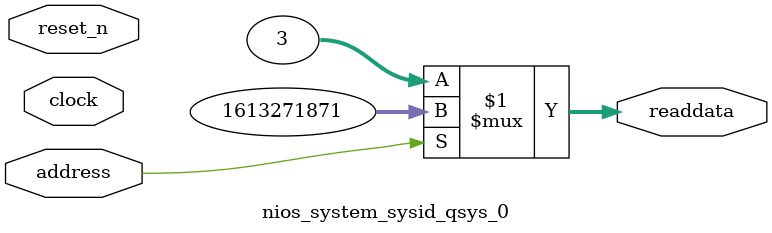
<source format=v>



// synthesis translate_off
`timescale 1ns / 1ps
// synthesis translate_on

// turn off superfluous verilog processor warnings 
// altera message_level Level1 
// altera message_off 10034 10035 10036 10037 10230 10240 10030 

module nios_system_sysid_qsys_0 (
               // inputs:
                address,
                clock,
                reset_n,

               // outputs:
                readdata
             )
;

  output  [ 31: 0] readdata;
  input            address;
  input            clock;
  input            reset_n;

  wire    [ 31: 0] readdata;
  //control_slave, which is an e_avalon_slave
  assign readdata = address ? 1613271871 : 3;

endmodule



</source>
